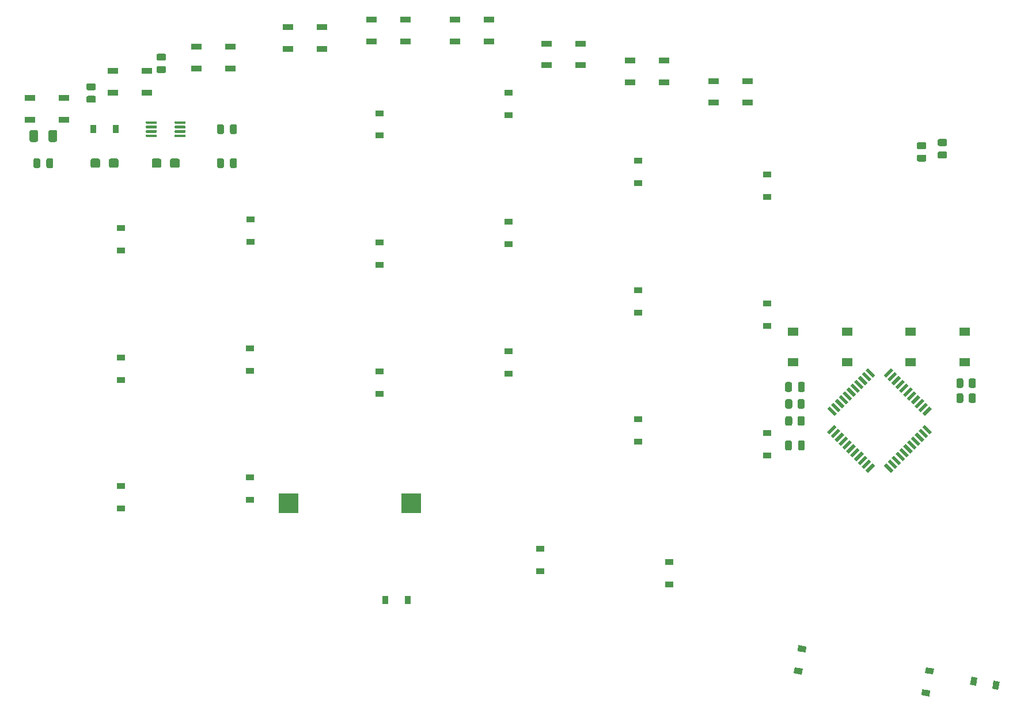
<source format=gbr>
%TF.GenerationSoftware,KiCad,Pcbnew,5.1.9*%
%TF.CreationDate,2021-05-05T06:58:16-05:00*%
%TF.ProjectId,monarch,6d6f6e61-7263-4682-9e6b-696361645f70,rev?*%
%TF.SameCoordinates,Original*%
%TF.FileFunction,Paste,Top*%
%TF.FilePolarity,Positive*%
%FSLAX46Y46*%
G04 Gerber Fmt 4.6, Leading zero omitted, Abs format (unit mm)*
G04 Created by KiCad (PCBNEW 5.1.9) date 2021-05-05 06:58:16*
%MOMM*%
%LPD*%
G01*
G04 APERTURE LIST*
%ADD10C,0.100000*%
%ADD11R,1.200000X0.900000*%
%ADD12R,0.900000X1.200000*%
%ADD13R,1.550000X1.300000*%
%ADD14R,1.501140X0.899160*%
%ADD15R,3.000000X3.000000*%
G04 APERTURE END LIST*
D10*
%TO.C,D23*%
G36*
X131450738Y-104107581D02*
G01*
X132632507Y-104315958D01*
X132476224Y-105202285D01*
X131294455Y-104993908D01*
X131450738Y-104107581D01*
G37*
G36*
X132023776Y-100857715D02*
G01*
X133205545Y-101066092D01*
X133049262Y-101952419D01*
X131867493Y-101744042D01*
X132023776Y-100857715D01*
G37*
%TD*%
D11*
%TO.C,D18*%
X127425000Y-72941000D03*
X127425000Y-69641000D03*
%TD*%
D12*
%TO.C,D25*%
X28350000Y-25000000D03*
X31650000Y-25000000D03*
%TD*%
D10*
%TO.C,D24*%
G36*
X150224219Y-107342514D02*
G01*
X151405988Y-107550891D01*
X151249705Y-108437218D01*
X150067936Y-108228841D01*
X150224219Y-107342514D01*
G37*
G36*
X150797257Y-104092648D02*
G01*
X151979026Y-104301025D01*
X151822743Y-105187352D01*
X150640974Y-104978975D01*
X150797257Y-104092648D01*
G37*
%TD*%
%TO.C,D22*%
G36*
X160487581Y-107239262D02*
G01*
X160695958Y-106057493D01*
X161582285Y-106213776D01*
X161373908Y-107395545D01*
X160487581Y-107239262D01*
G37*
G36*
X157237715Y-106666224D02*
G01*
X157446092Y-105484455D01*
X158332419Y-105640738D01*
X158124042Y-106822507D01*
X157237715Y-106666224D01*
G37*
%TD*%
D11*
%TO.C,D21*%
X113037500Y-91950000D03*
X113037500Y-88650000D03*
%TD*%
%TO.C,D20*%
X94037500Y-89950000D03*
X94037500Y-86650000D03*
%TD*%
D12*
%TO.C,D19*%
X71260000Y-94250000D03*
X74560000Y-94250000D03*
%TD*%
D11*
%TO.C,D17*%
X108425000Y-70941000D03*
X108425000Y-67641000D03*
%TD*%
%TO.C,D16*%
X89425000Y-60941000D03*
X89425000Y-57641000D03*
%TD*%
%TO.C,D15*%
X70425000Y-63941000D03*
X70425000Y-60641000D03*
%TD*%
%TO.C,D14*%
X51425000Y-79491000D03*
X51425000Y-76191000D03*
%TD*%
%TO.C,D13*%
X32425000Y-80791000D03*
X32425000Y-77491000D03*
%TD*%
%TO.C,D12*%
X127425000Y-53941000D03*
X127425000Y-50641000D03*
%TD*%
%TO.C,D11*%
X108425000Y-51941000D03*
X108425000Y-48641000D03*
%TD*%
%TO.C,D10*%
X89425000Y-41941000D03*
X89425000Y-38641000D03*
%TD*%
%TO.C,D9*%
X70425000Y-44941000D03*
X70425000Y-41641000D03*
%TD*%
%TO.C,D8*%
X51425000Y-60491000D03*
X51425000Y-57191000D03*
%TD*%
%TO.C,D7*%
X32420000Y-61840000D03*
X32420000Y-58540000D03*
%TD*%
%TO.C,D6*%
X127425000Y-34941000D03*
X127425000Y-31641000D03*
%TD*%
%TO.C,D5*%
X108425000Y-32941000D03*
X108425000Y-29641000D03*
%TD*%
%TO.C,D4*%
X89425000Y-22941000D03*
X89425000Y-19641000D03*
%TD*%
%TO.C,D3*%
X70425000Y-25941000D03*
X70425000Y-22641000D03*
%TD*%
%TO.C,D2*%
X51430000Y-41550000D03*
X51430000Y-38250000D03*
%TD*%
%TO.C,D1*%
X32425000Y-42791000D03*
X32425000Y-39491000D03*
%TD*%
D13*
%TO.C,Boot1*%
X139175000Y-59250000D03*
X139175000Y-54750000D03*
X131225000Y-54750000D03*
X131225000Y-59250000D03*
%TD*%
%TO.C,C5*%
G36*
G01*
X131050000Y-71025000D02*
X131050000Y-71975000D01*
G75*
G02*
X130800000Y-72225000I-250000J0D01*
G01*
X130300000Y-72225000D01*
G75*
G02*
X130050000Y-71975000I0J250000D01*
G01*
X130050000Y-71025000D01*
G75*
G02*
X130300000Y-70775000I250000J0D01*
G01*
X130800000Y-70775000D01*
G75*
G02*
X131050000Y-71025000I0J-250000D01*
G01*
G37*
G36*
G01*
X132950000Y-71025000D02*
X132950000Y-71975000D01*
G75*
G02*
X132700000Y-72225000I-250000J0D01*
G01*
X132200000Y-72225000D01*
G75*
G02*
X131950000Y-71975000I0J250000D01*
G01*
X131950000Y-71025000D01*
G75*
G02*
X132200000Y-70775000I250000J0D01*
G01*
X132700000Y-70775000D01*
G75*
G02*
X132950000Y-71025000I0J-250000D01*
G01*
G37*
%TD*%
D10*
%TO.C,U1*%
G36*
X136576090Y-69860610D02*
G01*
X136222536Y-69507056D01*
X137283196Y-68446396D01*
X137636750Y-68799950D01*
X136576090Y-69860610D01*
G37*
G36*
X137141775Y-70426295D02*
G01*
X136788221Y-70072741D01*
X137848881Y-69012081D01*
X138202435Y-69365635D01*
X137141775Y-70426295D01*
G37*
G36*
X137707461Y-70991981D02*
G01*
X137353907Y-70638427D01*
X138414567Y-69577767D01*
X138768121Y-69931321D01*
X137707461Y-70991981D01*
G37*
G36*
X138273146Y-71557666D02*
G01*
X137919592Y-71204112D01*
X138980252Y-70143452D01*
X139333806Y-70497006D01*
X138273146Y-71557666D01*
G37*
G36*
X138838832Y-72123352D02*
G01*
X138485278Y-71769798D01*
X139545938Y-70709138D01*
X139899492Y-71062692D01*
X138838832Y-72123352D01*
G37*
G36*
X139404517Y-72689037D02*
G01*
X139050963Y-72335483D01*
X140111623Y-71274823D01*
X140465177Y-71628377D01*
X139404517Y-72689037D01*
G37*
G36*
X139970202Y-73254722D02*
G01*
X139616648Y-72901168D01*
X140677308Y-71840508D01*
X141030862Y-72194062D01*
X139970202Y-73254722D01*
G37*
G36*
X140535888Y-73820408D02*
G01*
X140182334Y-73466854D01*
X141242994Y-72406194D01*
X141596548Y-72759748D01*
X140535888Y-73820408D01*
G37*
G36*
X141101573Y-74386093D02*
G01*
X140748019Y-74032539D01*
X141808679Y-72971879D01*
X142162233Y-73325433D01*
X141101573Y-74386093D01*
G37*
G36*
X141667259Y-74951779D02*
G01*
X141313705Y-74598225D01*
X142374365Y-73537565D01*
X142727919Y-73891119D01*
X141667259Y-74951779D01*
G37*
G36*
X142232944Y-75517464D02*
G01*
X141879390Y-75163910D01*
X142940050Y-74103250D01*
X143293604Y-74456804D01*
X142232944Y-75517464D01*
G37*
G36*
X145627056Y-75517464D02*
G01*
X144566396Y-74456804D01*
X144919950Y-74103250D01*
X145980610Y-75163910D01*
X145627056Y-75517464D01*
G37*
G36*
X146192741Y-74951779D02*
G01*
X145132081Y-73891119D01*
X145485635Y-73537565D01*
X146546295Y-74598225D01*
X146192741Y-74951779D01*
G37*
G36*
X146758427Y-74386093D02*
G01*
X145697767Y-73325433D01*
X146051321Y-72971879D01*
X147111981Y-74032539D01*
X146758427Y-74386093D01*
G37*
G36*
X147324112Y-73820408D02*
G01*
X146263452Y-72759748D01*
X146617006Y-72406194D01*
X147677666Y-73466854D01*
X147324112Y-73820408D01*
G37*
G36*
X147889798Y-73254722D02*
G01*
X146829138Y-72194062D01*
X147182692Y-71840508D01*
X148243352Y-72901168D01*
X147889798Y-73254722D01*
G37*
G36*
X148455483Y-72689037D02*
G01*
X147394823Y-71628377D01*
X147748377Y-71274823D01*
X148809037Y-72335483D01*
X148455483Y-72689037D01*
G37*
G36*
X149021168Y-72123352D02*
G01*
X147960508Y-71062692D01*
X148314062Y-70709138D01*
X149374722Y-71769798D01*
X149021168Y-72123352D01*
G37*
G36*
X149586854Y-71557666D02*
G01*
X148526194Y-70497006D01*
X148879748Y-70143452D01*
X149940408Y-71204112D01*
X149586854Y-71557666D01*
G37*
G36*
X150152539Y-70991981D02*
G01*
X149091879Y-69931321D01*
X149445433Y-69577767D01*
X150506093Y-70638427D01*
X150152539Y-70991981D01*
G37*
G36*
X150718225Y-70426295D02*
G01*
X149657565Y-69365635D01*
X150011119Y-69012081D01*
X151071779Y-70072741D01*
X150718225Y-70426295D01*
G37*
G36*
X151283910Y-69860610D02*
G01*
X150223250Y-68799950D01*
X150576804Y-68446396D01*
X151637464Y-69507056D01*
X151283910Y-69860610D01*
G37*
G36*
X150576804Y-67173604D02*
G01*
X150223250Y-66820050D01*
X151283910Y-65759390D01*
X151637464Y-66112944D01*
X150576804Y-67173604D01*
G37*
G36*
X150011119Y-66607919D02*
G01*
X149657565Y-66254365D01*
X150718225Y-65193705D01*
X151071779Y-65547259D01*
X150011119Y-66607919D01*
G37*
G36*
X149445433Y-66042233D02*
G01*
X149091879Y-65688679D01*
X150152539Y-64628019D01*
X150506093Y-64981573D01*
X149445433Y-66042233D01*
G37*
G36*
X148879748Y-65476548D02*
G01*
X148526194Y-65122994D01*
X149586854Y-64062334D01*
X149940408Y-64415888D01*
X148879748Y-65476548D01*
G37*
G36*
X148314062Y-64910862D02*
G01*
X147960508Y-64557308D01*
X149021168Y-63496648D01*
X149374722Y-63850202D01*
X148314062Y-64910862D01*
G37*
G36*
X147748377Y-64345177D02*
G01*
X147394823Y-63991623D01*
X148455483Y-62930963D01*
X148809037Y-63284517D01*
X147748377Y-64345177D01*
G37*
G36*
X147182692Y-63779492D02*
G01*
X146829138Y-63425938D01*
X147889798Y-62365278D01*
X148243352Y-62718832D01*
X147182692Y-63779492D01*
G37*
G36*
X146617006Y-63213806D02*
G01*
X146263452Y-62860252D01*
X147324112Y-61799592D01*
X147677666Y-62153146D01*
X146617006Y-63213806D01*
G37*
G36*
X146051321Y-62648121D02*
G01*
X145697767Y-62294567D01*
X146758427Y-61233907D01*
X147111981Y-61587461D01*
X146051321Y-62648121D01*
G37*
G36*
X145485635Y-62082435D02*
G01*
X145132081Y-61728881D01*
X146192741Y-60668221D01*
X146546295Y-61021775D01*
X145485635Y-62082435D01*
G37*
G36*
X144919950Y-61516750D02*
G01*
X144566396Y-61163196D01*
X145627056Y-60102536D01*
X145980610Y-60456090D01*
X144919950Y-61516750D01*
G37*
G36*
X142940050Y-61516750D02*
G01*
X141879390Y-60456090D01*
X142232944Y-60102536D01*
X143293604Y-61163196D01*
X142940050Y-61516750D01*
G37*
G36*
X142374365Y-62082435D02*
G01*
X141313705Y-61021775D01*
X141667259Y-60668221D01*
X142727919Y-61728881D01*
X142374365Y-62082435D01*
G37*
G36*
X141808679Y-62648121D02*
G01*
X140748019Y-61587461D01*
X141101573Y-61233907D01*
X142162233Y-62294567D01*
X141808679Y-62648121D01*
G37*
G36*
X141242994Y-63213806D02*
G01*
X140182334Y-62153146D01*
X140535888Y-61799592D01*
X141596548Y-62860252D01*
X141242994Y-63213806D01*
G37*
G36*
X140677308Y-63779492D02*
G01*
X139616648Y-62718832D01*
X139970202Y-62365278D01*
X141030862Y-63425938D01*
X140677308Y-63779492D01*
G37*
G36*
X140111623Y-64345177D02*
G01*
X139050963Y-63284517D01*
X139404517Y-62930963D01*
X140465177Y-63991623D01*
X140111623Y-64345177D01*
G37*
G36*
X139545938Y-64910862D02*
G01*
X138485278Y-63850202D01*
X138838832Y-63496648D01*
X139899492Y-64557308D01*
X139545938Y-64910862D01*
G37*
G36*
X138980252Y-65476548D02*
G01*
X137919592Y-64415888D01*
X138273146Y-64062334D01*
X139333806Y-65122994D01*
X138980252Y-65476548D01*
G37*
G36*
X138414567Y-66042233D02*
G01*
X137353907Y-64981573D01*
X137707461Y-64628019D01*
X138768121Y-65688679D01*
X138414567Y-66042233D01*
G37*
G36*
X137848881Y-66607919D02*
G01*
X136788221Y-65547259D01*
X137141775Y-65193705D01*
X138202435Y-66254365D01*
X137848881Y-66607919D01*
G37*
G36*
X137283196Y-67173604D02*
G01*
X136222536Y-66112944D01*
X136576090Y-65759390D01*
X137636750Y-66820050D01*
X137283196Y-67173604D01*
G37*
%TD*%
D14*
%TO.C,L39*%
X36249360Y-19600200D03*
X36249360Y-16399800D03*
X31250640Y-16399800D03*
X31250640Y-19600200D03*
%TD*%
D15*
%TO.C,BZ1*%
X75080000Y-79970000D03*
X57080000Y-79970000D03*
%TD*%
%TO.C,R6*%
G36*
G01*
X150570001Y-27937500D02*
X149669999Y-27937500D01*
G75*
G02*
X149420000Y-27687501I0J249999D01*
G01*
X149420000Y-27162499D01*
G75*
G02*
X149669999Y-26912500I249999J0D01*
G01*
X150570001Y-26912500D01*
G75*
G02*
X150820000Y-27162499I0J-249999D01*
G01*
X150820000Y-27687501D01*
G75*
G02*
X150570001Y-27937500I-249999J0D01*
G01*
G37*
G36*
G01*
X150570001Y-29762500D02*
X149669999Y-29762500D01*
G75*
G02*
X149420000Y-29512501I0J249999D01*
G01*
X149420000Y-28987499D01*
G75*
G02*
X149669999Y-28737500I249999J0D01*
G01*
X150570001Y-28737500D01*
G75*
G02*
X150820000Y-28987499I0J-249999D01*
G01*
X150820000Y-29512501D01*
G75*
G02*
X150570001Y-29762500I-249999J0D01*
G01*
G37*
%TD*%
D14*
%TO.C,L43*%
X124499360Y-21100200D03*
X124499360Y-17899800D03*
X119500640Y-17899800D03*
X119500640Y-21100200D03*
%TD*%
%TO.C,L42*%
X112249360Y-18100200D03*
X112249360Y-14899800D03*
X107250640Y-14899800D03*
X107250640Y-18100200D03*
%TD*%
%TO.C,L41*%
X95000640Y-15600200D03*
X95000640Y-12399800D03*
X99999360Y-12399800D03*
X99999360Y-15600200D03*
%TD*%
%TO.C,L40*%
X86499360Y-12100200D03*
X86499360Y-8899800D03*
X81500640Y-8899800D03*
X81500640Y-12100200D03*
%TD*%
%TO.C,L38*%
X48499360Y-16100200D03*
X48499360Y-12899800D03*
X43500640Y-12899800D03*
X43500640Y-16100200D03*
%TD*%
%TO.C,L37*%
X57000640Y-13190200D03*
X57000640Y-9989800D03*
X61999360Y-9989800D03*
X61999360Y-13190200D03*
%TD*%
%TO.C,L32*%
X74249360Y-12100200D03*
X74249360Y-8899800D03*
X69250640Y-8899800D03*
X69250640Y-12100200D03*
%TD*%
D13*
%TO.C,RESET_SW1*%
X148525000Y-59250000D03*
X148525000Y-54750000D03*
X156475000Y-54750000D03*
X156475000Y-59250000D03*
%TD*%
D14*
%TO.C,L36*%
X23999360Y-23600200D03*
X23999360Y-20399800D03*
X19000640Y-20399800D03*
X19000640Y-23600200D03*
%TD*%
%TO.C,R8*%
G36*
G01*
X156262500Y-64089999D02*
X156262500Y-64990001D01*
G75*
G02*
X156012501Y-65240000I-249999J0D01*
G01*
X155487499Y-65240000D01*
G75*
G02*
X155237500Y-64990001I0J249999D01*
G01*
X155237500Y-64089999D01*
G75*
G02*
X155487499Y-63840000I249999J0D01*
G01*
X156012501Y-63840000D01*
G75*
G02*
X156262500Y-64089999I0J-249999D01*
G01*
G37*
G36*
G01*
X158087500Y-64089999D02*
X158087500Y-64990001D01*
G75*
G02*
X157837501Y-65240000I-249999J0D01*
G01*
X157312499Y-65240000D01*
G75*
G02*
X157062500Y-64990001I0J249999D01*
G01*
X157062500Y-64089999D01*
G75*
G02*
X157312499Y-63840000I249999J0D01*
G01*
X157837501Y-63840000D01*
G75*
G02*
X158087500Y-64089999I0J-249999D01*
G01*
G37*
%TD*%
%TO.C,R4*%
G36*
G01*
X38793342Y-14906077D02*
X37893340Y-14906077D01*
G75*
G02*
X37643341Y-14656078I0J249999D01*
G01*
X37643341Y-14131076D01*
G75*
G02*
X37893340Y-13881077I249999J0D01*
G01*
X38793342Y-13881077D01*
G75*
G02*
X39043341Y-14131076I0J-249999D01*
G01*
X39043341Y-14656078D01*
G75*
G02*
X38793342Y-14906077I-249999J0D01*
G01*
G37*
G36*
G01*
X38793342Y-16731077D02*
X37893340Y-16731077D01*
G75*
G02*
X37643341Y-16481078I0J249999D01*
G01*
X37643341Y-15956076D01*
G75*
G02*
X37893340Y-15706077I249999J0D01*
G01*
X38793342Y-15706077D01*
G75*
G02*
X39043341Y-15956076I0J-249999D01*
G01*
X39043341Y-16481078D01*
G75*
G02*
X38793342Y-16731077I-249999J0D01*
G01*
G37*
%TD*%
%TO.C,R3*%
G36*
G01*
X28480952Y-19287290D02*
X27580950Y-19287290D01*
G75*
G02*
X27330951Y-19037291I0J249999D01*
G01*
X27330951Y-18512289D01*
G75*
G02*
X27580950Y-18262290I249999J0D01*
G01*
X28480952Y-18262290D01*
G75*
G02*
X28730951Y-18512289I0J-249999D01*
G01*
X28730951Y-19037291D01*
G75*
G02*
X28480952Y-19287290I-249999J0D01*
G01*
G37*
G36*
G01*
X28480952Y-21112290D02*
X27580950Y-21112290D01*
G75*
G02*
X27330951Y-20862291I0J249999D01*
G01*
X27330951Y-20337289D01*
G75*
G02*
X27580950Y-20087290I249999J0D01*
G01*
X28480952Y-20087290D01*
G75*
G02*
X28730951Y-20337289I0J-249999D01*
G01*
X28730951Y-20862291D01*
G75*
G02*
X28480952Y-21112290I-249999J0D01*
G01*
G37*
%TD*%
%TO.C,U2*%
G36*
G01*
X40300000Y-24125000D02*
X40300000Y-23925000D01*
G75*
G02*
X40400000Y-23825000I100000J0D01*
G01*
X41825000Y-23825000D01*
G75*
G02*
X41925000Y-23925000I0J-100000D01*
G01*
X41925000Y-24125000D01*
G75*
G02*
X41825000Y-24225000I-100000J0D01*
G01*
X40400000Y-24225000D01*
G75*
G02*
X40300000Y-24125000I0J100000D01*
G01*
G37*
G36*
G01*
X40300000Y-24775000D02*
X40300000Y-24575000D01*
G75*
G02*
X40400000Y-24475000I100000J0D01*
G01*
X41825000Y-24475000D01*
G75*
G02*
X41925000Y-24575000I0J-100000D01*
G01*
X41925000Y-24775000D01*
G75*
G02*
X41825000Y-24875000I-100000J0D01*
G01*
X40400000Y-24875000D01*
G75*
G02*
X40300000Y-24775000I0J100000D01*
G01*
G37*
G36*
G01*
X40300000Y-25425000D02*
X40300000Y-25225000D01*
G75*
G02*
X40400000Y-25125000I100000J0D01*
G01*
X41825000Y-25125000D01*
G75*
G02*
X41925000Y-25225000I0J-100000D01*
G01*
X41925000Y-25425000D01*
G75*
G02*
X41825000Y-25525000I-100000J0D01*
G01*
X40400000Y-25525000D01*
G75*
G02*
X40300000Y-25425000I0J100000D01*
G01*
G37*
G36*
G01*
X40300000Y-26075000D02*
X40300000Y-25875000D01*
G75*
G02*
X40400000Y-25775000I100000J0D01*
G01*
X41825000Y-25775000D01*
G75*
G02*
X41925000Y-25875000I0J-100000D01*
G01*
X41925000Y-26075000D01*
G75*
G02*
X41825000Y-26175000I-100000J0D01*
G01*
X40400000Y-26175000D01*
G75*
G02*
X40300000Y-26075000I0J100000D01*
G01*
G37*
G36*
G01*
X36075000Y-26075000D02*
X36075000Y-25875000D01*
G75*
G02*
X36175000Y-25775000I100000J0D01*
G01*
X37600000Y-25775000D01*
G75*
G02*
X37700000Y-25875000I0J-100000D01*
G01*
X37700000Y-26075000D01*
G75*
G02*
X37600000Y-26175000I-100000J0D01*
G01*
X36175000Y-26175000D01*
G75*
G02*
X36075000Y-26075000I0J100000D01*
G01*
G37*
G36*
G01*
X36075000Y-25425000D02*
X36075000Y-25225000D01*
G75*
G02*
X36175000Y-25125000I100000J0D01*
G01*
X37600000Y-25125000D01*
G75*
G02*
X37700000Y-25225000I0J-100000D01*
G01*
X37700000Y-25425000D01*
G75*
G02*
X37600000Y-25525000I-100000J0D01*
G01*
X36175000Y-25525000D01*
G75*
G02*
X36075000Y-25425000I0J100000D01*
G01*
G37*
G36*
G01*
X36075000Y-24775000D02*
X36075000Y-24575000D01*
G75*
G02*
X36175000Y-24475000I100000J0D01*
G01*
X37600000Y-24475000D01*
G75*
G02*
X37700000Y-24575000I0J-100000D01*
G01*
X37700000Y-24775000D01*
G75*
G02*
X37600000Y-24875000I-100000J0D01*
G01*
X36175000Y-24875000D01*
G75*
G02*
X36075000Y-24775000I0J100000D01*
G01*
G37*
G36*
G01*
X36075000Y-24125000D02*
X36075000Y-23925000D01*
G75*
G02*
X36175000Y-23825000I100000J0D01*
G01*
X37600000Y-23825000D01*
G75*
G02*
X37700000Y-23925000I0J-100000D01*
G01*
X37700000Y-24125000D01*
G75*
G02*
X37600000Y-24225000I-100000J0D01*
G01*
X36175000Y-24225000D01*
G75*
G02*
X36075000Y-24125000I0J100000D01*
G01*
G37*
%TD*%
%TO.C,R7*%
G36*
G01*
X131100000Y-67449999D02*
X131100000Y-68350001D01*
G75*
G02*
X130850001Y-68600000I-249999J0D01*
G01*
X130324999Y-68600000D01*
G75*
G02*
X130075000Y-68350001I0J249999D01*
G01*
X130075000Y-67449999D01*
G75*
G02*
X130324999Y-67200000I249999J0D01*
G01*
X130850001Y-67200000D01*
G75*
G02*
X131100000Y-67449999I0J-249999D01*
G01*
G37*
G36*
G01*
X132925000Y-67449999D02*
X132925000Y-68350001D01*
G75*
G02*
X132675001Y-68600000I-249999J0D01*
G01*
X132149999Y-68600000D01*
G75*
G02*
X131900000Y-68350001I0J249999D01*
G01*
X131900000Y-67449999D01*
G75*
G02*
X132149999Y-67200000I249999J0D01*
G01*
X132675001Y-67200000D01*
G75*
G02*
X132925000Y-67449999I0J-249999D01*
G01*
G37*
%TD*%
%TO.C,R5*%
G36*
G01*
X131100000Y-64949999D02*
X131100000Y-65850001D01*
G75*
G02*
X130850001Y-66100000I-249999J0D01*
G01*
X130324999Y-66100000D01*
G75*
G02*
X130075000Y-65850001I0J249999D01*
G01*
X130075000Y-64949999D01*
G75*
G02*
X130324999Y-64700000I249999J0D01*
G01*
X130850001Y-64700000D01*
G75*
G02*
X131100000Y-64949999I0J-249999D01*
G01*
G37*
G36*
G01*
X132925000Y-64949999D02*
X132925000Y-65850001D01*
G75*
G02*
X132675001Y-66100000I-249999J0D01*
G01*
X132149999Y-66100000D01*
G75*
G02*
X131900000Y-65850001I0J249999D01*
G01*
X131900000Y-64949999D01*
G75*
G02*
X132149999Y-64700000I249999J0D01*
G01*
X132675001Y-64700000D01*
G75*
G02*
X132925000Y-64949999I0J-249999D01*
G01*
G37*
%TD*%
%TO.C,R2*%
G36*
G01*
X157062500Y-62790001D02*
X157062500Y-61889999D01*
G75*
G02*
X157312499Y-61640000I249999J0D01*
G01*
X157837501Y-61640000D01*
G75*
G02*
X158087500Y-61889999I0J-249999D01*
G01*
X158087500Y-62790001D01*
G75*
G02*
X157837501Y-63040000I-249999J0D01*
G01*
X157312499Y-63040000D01*
G75*
G02*
X157062500Y-62790001I0J249999D01*
G01*
G37*
G36*
G01*
X155237500Y-62790001D02*
X155237500Y-61889999D01*
G75*
G02*
X155487499Y-61640000I249999J0D01*
G01*
X156012501Y-61640000D01*
G75*
G02*
X156262500Y-61889999I0J-249999D01*
G01*
X156262500Y-62790001D01*
G75*
G02*
X156012501Y-63040000I-249999J0D01*
G01*
X155487499Y-63040000D01*
G75*
G02*
X155237500Y-62790001I0J249999D01*
G01*
G37*
%TD*%
%TO.C,R1*%
G36*
G01*
X153620001Y-27472500D02*
X152719999Y-27472500D01*
G75*
G02*
X152470000Y-27222501I0J249999D01*
G01*
X152470000Y-26697499D01*
G75*
G02*
X152719999Y-26447500I249999J0D01*
G01*
X153620001Y-26447500D01*
G75*
G02*
X153870000Y-26697499I0J-249999D01*
G01*
X153870000Y-27222501D01*
G75*
G02*
X153620001Y-27472500I-249999J0D01*
G01*
G37*
G36*
G01*
X153620001Y-29297500D02*
X152719999Y-29297500D01*
G75*
G02*
X152470000Y-29047501I0J249999D01*
G01*
X152470000Y-28522499D01*
G75*
G02*
X152719999Y-28272500I249999J0D01*
G01*
X153620001Y-28272500D01*
G75*
G02*
X153870000Y-28522499I0J-249999D01*
G01*
X153870000Y-29047501D01*
G75*
G02*
X153620001Y-29297500I-249999J0D01*
G01*
G37*
%TD*%
%TO.C,F1*%
G36*
G01*
X21775000Y-26625000D02*
X21775000Y-25375000D01*
G75*
G02*
X22025000Y-25125000I250000J0D01*
G01*
X22775000Y-25125000D01*
G75*
G02*
X23025000Y-25375000I0J-250000D01*
G01*
X23025000Y-26625000D01*
G75*
G02*
X22775000Y-26875000I-250000J0D01*
G01*
X22025000Y-26875000D01*
G75*
G02*
X21775000Y-26625000I0J250000D01*
G01*
G37*
G36*
G01*
X18975000Y-26625000D02*
X18975000Y-25375000D01*
G75*
G02*
X19225000Y-25125000I250000J0D01*
G01*
X19975000Y-25125000D01*
G75*
G02*
X20225000Y-25375000I0J-250000D01*
G01*
X20225000Y-26625000D01*
G75*
G02*
X19975000Y-26875000I-250000J0D01*
G01*
X19225000Y-26875000D01*
G75*
G02*
X18975000Y-26625000I0J250000D01*
G01*
G37*
%TD*%
%TO.C,C19*%
G36*
G01*
X30650000Y-30425001D02*
X30650000Y-29574999D01*
G75*
G02*
X30899999Y-29325000I249999J0D01*
G01*
X31800001Y-29325000D01*
G75*
G02*
X32050000Y-29574999I0J-249999D01*
G01*
X32050000Y-30425001D01*
G75*
G02*
X31800001Y-30675000I-249999J0D01*
G01*
X30899999Y-30675000D01*
G75*
G02*
X30650000Y-30425001I0J249999D01*
G01*
G37*
G36*
G01*
X27950000Y-30425001D02*
X27950000Y-29574999D01*
G75*
G02*
X28199999Y-29325000I249999J0D01*
G01*
X29100001Y-29325000D01*
G75*
G02*
X29350000Y-29574999I0J-249999D01*
G01*
X29350000Y-30425001D01*
G75*
G02*
X29100001Y-30675000I-249999J0D01*
G01*
X28199999Y-30675000D01*
G75*
G02*
X27950000Y-30425001I0J249999D01*
G01*
G37*
%TD*%
%TO.C,C8*%
G36*
G01*
X48450000Y-25475000D02*
X48450000Y-24525000D01*
G75*
G02*
X48700000Y-24275000I250000J0D01*
G01*
X49200000Y-24275000D01*
G75*
G02*
X49450000Y-24525000I0J-250000D01*
G01*
X49450000Y-25475000D01*
G75*
G02*
X49200000Y-25725000I-250000J0D01*
G01*
X48700000Y-25725000D01*
G75*
G02*
X48450000Y-25475000I0J250000D01*
G01*
G37*
G36*
G01*
X46550000Y-25475000D02*
X46550000Y-24525000D01*
G75*
G02*
X46800000Y-24275000I250000J0D01*
G01*
X47300000Y-24275000D01*
G75*
G02*
X47550000Y-24525000I0J-250000D01*
G01*
X47550000Y-25475000D01*
G75*
G02*
X47300000Y-25725000I-250000J0D01*
G01*
X46800000Y-25725000D01*
G75*
G02*
X46550000Y-25475000I0J250000D01*
G01*
G37*
%TD*%
%TO.C,C7*%
G36*
G01*
X48450000Y-30475000D02*
X48450000Y-29525000D01*
G75*
G02*
X48700000Y-29275000I250000J0D01*
G01*
X49200000Y-29275000D01*
G75*
G02*
X49450000Y-29525000I0J-250000D01*
G01*
X49450000Y-30475000D01*
G75*
G02*
X49200000Y-30725000I-250000J0D01*
G01*
X48700000Y-30725000D01*
G75*
G02*
X48450000Y-30475000I0J250000D01*
G01*
G37*
G36*
G01*
X46550000Y-30475000D02*
X46550000Y-29525000D01*
G75*
G02*
X46800000Y-29275000I250000J0D01*
G01*
X47300000Y-29275000D01*
G75*
G02*
X47550000Y-29525000I0J-250000D01*
G01*
X47550000Y-30475000D01*
G75*
G02*
X47300000Y-30725000I-250000J0D01*
G01*
X46800000Y-30725000D01*
G75*
G02*
X46550000Y-30475000I0J250000D01*
G01*
G37*
%TD*%
%TO.C,C6*%
G36*
G01*
X39650000Y-30425001D02*
X39650000Y-29574999D01*
G75*
G02*
X39899999Y-29325000I249999J0D01*
G01*
X40800001Y-29325000D01*
G75*
G02*
X41050000Y-29574999I0J-249999D01*
G01*
X41050000Y-30425001D01*
G75*
G02*
X40800001Y-30675000I-249999J0D01*
G01*
X39899999Y-30675000D01*
G75*
G02*
X39650000Y-30425001I0J249999D01*
G01*
G37*
G36*
G01*
X36950000Y-30425001D02*
X36950000Y-29574999D01*
G75*
G02*
X37199999Y-29325000I249999J0D01*
G01*
X38100001Y-29325000D01*
G75*
G02*
X38350000Y-29574999I0J-249999D01*
G01*
X38350000Y-30425001D01*
G75*
G02*
X38100001Y-30675000I-249999J0D01*
G01*
X37199999Y-30675000D01*
G75*
G02*
X36950000Y-30425001I0J249999D01*
G01*
G37*
%TD*%
%TO.C,C3*%
G36*
G01*
X21450000Y-30475000D02*
X21450000Y-29525000D01*
G75*
G02*
X21700000Y-29275000I250000J0D01*
G01*
X22200000Y-29275000D01*
G75*
G02*
X22450000Y-29525000I0J-250000D01*
G01*
X22450000Y-30475000D01*
G75*
G02*
X22200000Y-30725000I-250000J0D01*
G01*
X21700000Y-30725000D01*
G75*
G02*
X21450000Y-30475000I0J250000D01*
G01*
G37*
G36*
G01*
X19550000Y-30475000D02*
X19550000Y-29525000D01*
G75*
G02*
X19800000Y-29275000I250000J0D01*
G01*
X20300000Y-29275000D01*
G75*
G02*
X20550000Y-29525000I0J-250000D01*
G01*
X20550000Y-30475000D01*
G75*
G02*
X20300000Y-30725000I-250000J0D01*
G01*
X19800000Y-30725000D01*
G75*
G02*
X19550000Y-30475000I0J250000D01*
G01*
G37*
%TD*%
%TO.C,C1*%
G36*
G01*
X131950000Y-63375000D02*
X131950000Y-62425000D01*
G75*
G02*
X132200000Y-62175000I250000J0D01*
G01*
X132700000Y-62175000D01*
G75*
G02*
X132950000Y-62425000I0J-250000D01*
G01*
X132950000Y-63375000D01*
G75*
G02*
X132700000Y-63625000I-250000J0D01*
G01*
X132200000Y-63625000D01*
G75*
G02*
X131950000Y-63375000I0J250000D01*
G01*
G37*
G36*
G01*
X130050000Y-63375000D02*
X130050000Y-62425000D01*
G75*
G02*
X130300000Y-62175000I250000J0D01*
G01*
X130800000Y-62175000D01*
G75*
G02*
X131050000Y-62425000I0J-250000D01*
G01*
X131050000Y-63375000D01*
G75*
G02*
X130800000Y-63625000I-250000J0D01*
G01*
X130300000Y-63625000D01*
G75*
G02*
X130050000Y-63375000I0J250000D01*
G01*
G37*
%TD*%
M02*

</source>
